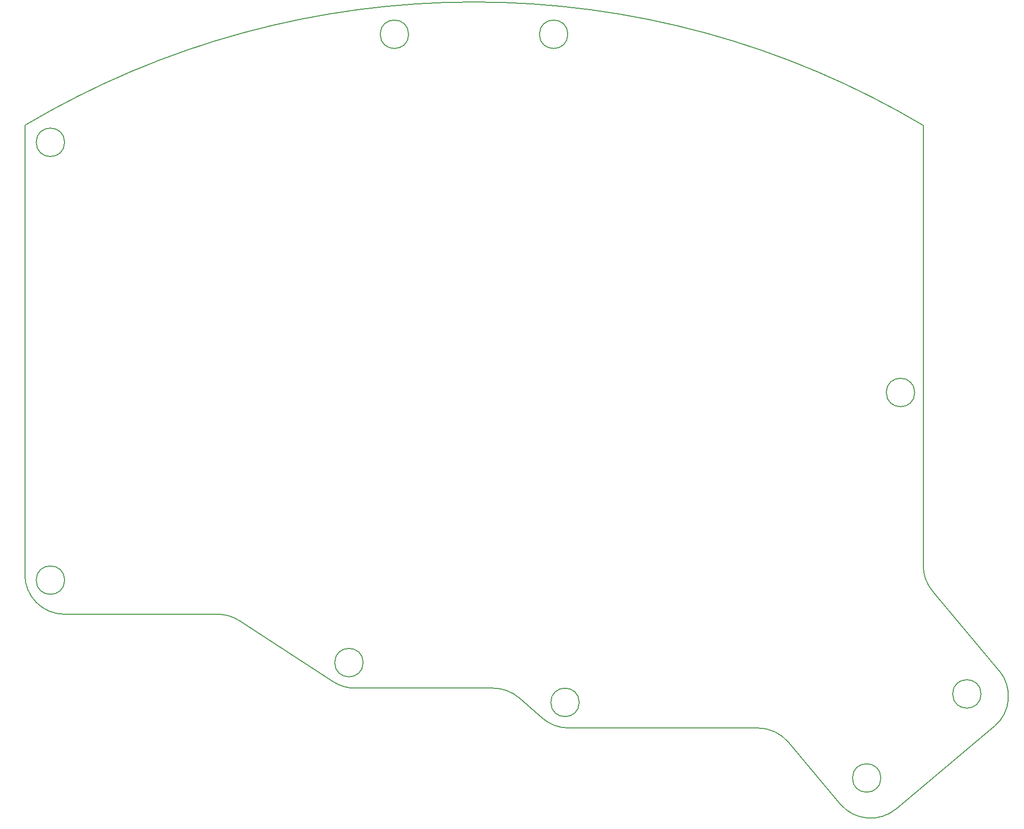
<source format=gbr>
%TF.GenerationSoftware,KiCad,Pcbnew,(6.0.10)*%
%TF.CreationDate,2023-02-13T20:56:48+01:00*%
%TF.ProjectId,insequor58_Moon60NOi2c,696e7365-7175-46f7-9235-38484d6f6f6e,v1.0.0*%
%TF.SameCoordinates,Original*%
%TF.FileFunction,Profile,NP*%
%FSLAX46Y46*%
G04 Gerber Fmt 4.6, Leading zero omitted, Abs format (unit mm)*
G04 Created by KiCad (PCBNEW (6.0.10)) date 2023-02-13 20:56:48*
%MOMM*%
%LPD*%
G01*
G04 APERTURE LIST*
%TA.AperFunction,Profile*%
%ADD10C,0.150000*%
%TD*%
G04 APERTURE END LIST*
D10*
X120960000Y-96440000D02*
G75*
G03*
X120960000Y-96440000I-2500000J0D01*
G01*
X257353088Y-212797922D02*
G75*
G03*
X267214944Y-213660693I5362312J4499522D01*
G01*
X200939386Y-194171963D02*
X204980614Y-197708037D01*
X113960000Y-172440000D02*
G75*
G03*
X120960000Y-179440000I7000000J0D01*
G01*
X271934062Y-93440000D02*
G75*
G03*
X113985938Y-93440000I-78974062J-132999987D01*
G01*
X248242695Y-201940467D02*
G75*
G03*
X242880360Y-199440000I-5362295J-4499533D01*
G01*
X209590146Y-199440000D02*
X242880360Y-199440000D01*
X151699832Y-180570904D02*
G75*
G03*
X147884919Y-179440000I-3814932J-5869096D01*
G01*
X271960000Y-170873987D02*
X271960000Y-93440000D01*
X270460000Y-140440000D02*
G75*
G03*
X270460000Y-140440000I-2500000J0D01*
G01*
X204980594Y-197708060D02*
G75*
G03*
X209590146Y-199440000I4609506J5268060D01*
G01*
X113960000Y-172440000D02*
X113960000Y-93440000D01*
X282130036Y-193452639D02*
G75*
G03*
X282130036Y-193452639I-2500000J0D01*
G01*
X271960000Y-93440000D02*
X271934062Y-93440000D01*
X248242671Y-201940487D02*
X257353119Y-212797895D01*
X113985938Y-93440000D02*
X113960000Y-93440000D01*
X120960000Y-173440000D02*
G75*
G03*
X120960000Y-173440000I-2500000J0D01*
G01*
X271960009Y-170873987D02*
G75*
G03*
X273597689Y-175373500I6999991J-13D01*
G01*
X151699838Y-180570895D02*
X168220162Y-191309105D01*
X200939406Y-194171940D02*
G75*
G03*
X196329854Y-192440000I-4609506J-5268060D01*
G01*
X120960000Y-179440000D02*
X147884919Y-179440000D01*
X267214943Y-213660693D02*
X284450943Y-199197972D01*
X172035081Y-192440000D02*
X196329854Y-192440000D01*
X211460000Y-194940000D02*
G75*
G03*
X211460000Y-194940000I-2500000J0D01*
G01*
X285313741Y-189336147D02*
X273597689Y-175373500D01*
X264511014Y-208236754D02*
G75*
G03*
X264511014Y-208236754I-2500000J0D01*
G01*
X181460000Y-77440000D02*
G75*
G03*
X181460000Y-77440000I-2500000J0D01*
G01*
X284450942Y-199197971D02*
G75*
G03*
X285313741Y-189336148I-4499512J5362311D01*
G01*
X209460000Y-77440000D02*
G75*
G03*
X209460000Y-77440000I-2500000J0D01*
G01*
X168220168Y-191309096D02*
G75*
G03*
X172035081Y-192440000I3814932J5869096D01*
G01*
X173460000Y-187940000D02*
G75*
G03*
X173460000Y-187940000I-2500000J0D01*
G01*
M02*

</source>
